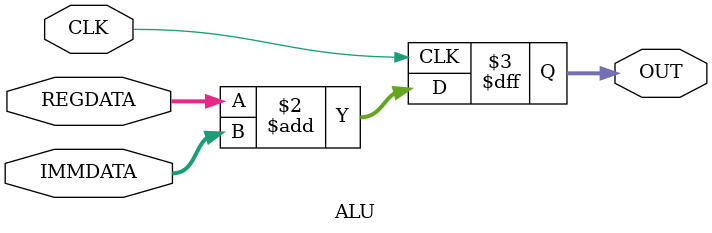
<source format=v>
module ALU(
		input CLK,
		input [3:0]	REGDATA,
		input [3:0] IMMDATA,
		output reg [3:0] OUT
);

always @( posedge CLK ) begin
		OUT <= REGDATA + IMMDATA;
end

endmodule


</source>
